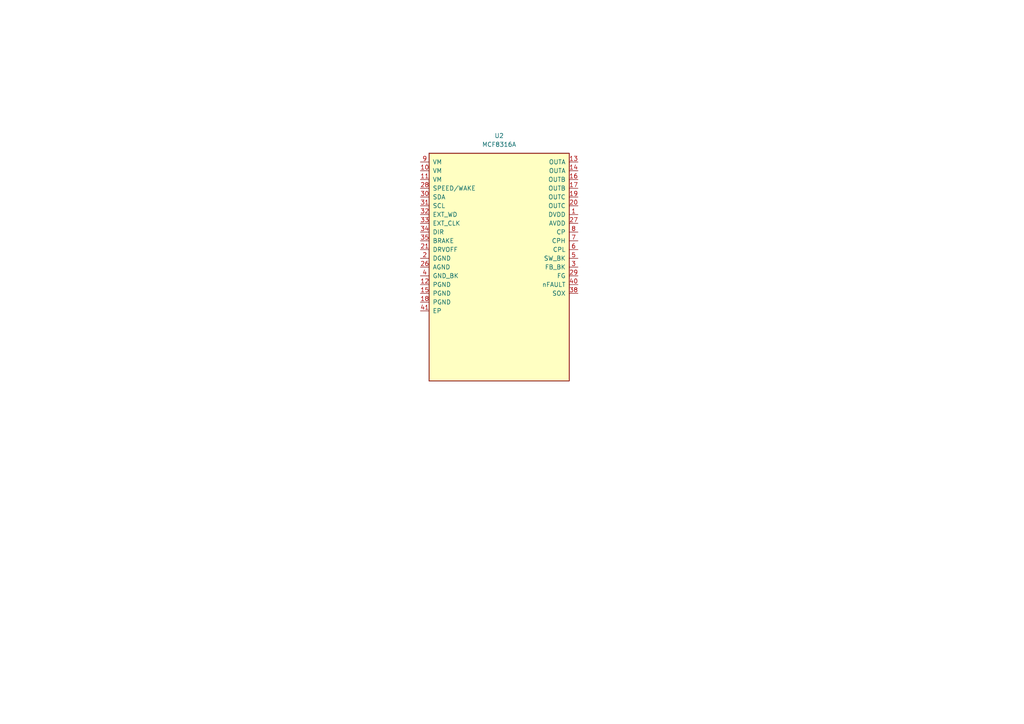
<source format=kicad_sch>
(kicad_sch (version 20250114) (generator "eeschema") (generator_version "9.0")
  (paper "A4")
  (title_block (date "2025-12-23") (rev "v1") (company "NeoDrone") (comment 1 "Made by Dulat Sarbassov") (comment 2 "dulatello08"))
  (lib_symbols
    (symbol "MCF8316A:MCF8316A" (pin_names (offset 1.016))
      (property "Reference" "U" (at 0 38.1 0))
      (property "Value" "MCF8316A" (at 0 -38.1 0))
      (symbol "MCF8316A_1_1"
        (rectangle (start -20.32 33.02) (end 20.32 -33.02) (stroke (width 0.254)) (fill (type background)))
        (pin power_in line (at -22.86 30.48 0) (length 2.54) (name "VM") (number "9"))
        (pin power_in line (at -22.86 27.94 0) (length 2.54) (name "VM") (number "10"))
        (pin power_in line (at -22.86 25.4 0) (length 2.54) (name "VM") (number "11"))
        (pin input line (at -22.86 22.86 0) (length 2.54) (name "SPEED/WAKE") (number "28"))
        (pin bidirectional line (at -22.86 20.32 0) (length 2.54) (name "SDA") (number "30"))
        (pin input line (at -22.86 17.78 0) (length 2.54) (name "SCL") (number "31"))
        (pin input line (at -22.86 15.24 0) (length 2.54) (name "EXT_WD") (number "32"))
        (pin input line (at -22.86 12.7 0) (length 2.54) (name "EXT_CLK") (number "33"))
        (pin input line (at -22.86 10.16 0) (length 2.54) (name "DIR") (number "34"))
        (pin input line (at -22.86 7.62 0) (length 2.54) (name "BRAKE") (number "35"))
        (pin input line (at -22.86 5.08 0) (length 2.54) (name "DRVOFF") (number "21"))
        (pin power_in line (at -22.86 2.54 0) (length 2.54) (name "DGND") (number "2"))
        (pin power_in line (at -22.86 0 0) (length 2.54) (name "AGND") (number "26"))
        (pin power_in line (at -22.86 -2.54 0) (length 2.54) (name "GND_BK") (number "4"))
        (pin power_in line (at -22.86 -5.08 0) (length 2.54) (name "PGND") (number "12"))
        (pin power_in line (at -22.86 -7.62 0) (length 2.54) (name "PGND") (number "15"))
        (pin power_in line (at -22.86 -10.16 0) (length 2.54) (name "PGND") (number "18"))
        (pin power_in line (at -22.86 -12.7 0) (length 2.54) (name "EP") (number "41"))
        (pin power_out line (at 22.86 30.48 180) (length 2.54) (name "OUTA") (number "13"))
        (pin power_out line (at 22.86 27.94 180) (length 2.54) (name "OUTA") (number "14"))
        (pin power_out line (at 22.86 25.4 180) (length 2.54) (name "OUTB") (number "16"))
        (pin power_out line (at 22.86 22.86 180) (length 2.54) (name "OUTB") (number "17"))
        (pin power_out line (at 22.86 20.32 180) (length 2.54) (name "OUTC") (number "19"))
        (pin power_out line (at 22.86 17.78 180) (length 2.54) (name "OUTC") (number "20"))
        (pin power_out line (at 22.86 15.24 180) (length 2.54) (name "DVDD") (number "1"))
        (pin power_out line (at 22.86 12.7 180) (length 2.54) (name "AVDD") (number "27"))
        (pin power_out line (at 22.86 10.16 180) (length 2.54) (name "CP") (number "8"))
        (pin passive line (at 22.86 7.62 180) (length 2.54) (name "CPH") (number "7"))
        (pin passive line (at 22.86 5.08 180) (length 2.54) (name "CPL") (number "6"))
        (pin passive line (at 22.86 2.54 180) (length 2.54) (name "SW_BK") (number "5"))
        (pin passive line (at 22.86 0 180) (length 2.54) (name "FB_BK") (number "3"))
        (pin open_collector line (at 22.86 -2.54 180) (length 2.54) (name "FG") (number "29"))
        (pin open_collector line (at 22.86 -5.08 180) (length 2.54) (name "nFAULT") (number "40"))
        (pin output line (at 22.86 -7.62 180) (length 2.54) (name "SOX") (number "38"))
      )
    )
  )
  (symbol (lib_id "MCF8316A:MCF8316A") (at 144.78 77.47 0) (unit 1)
    (property "Reference" "U2" (at 144.78 39.37 0))
    (property "Value" "MCF8316A" (at 144.78 41.91 0))
    (property "Datasheet" "https://www.ti.com/lit/ds/symlink/mcf8316a.pdf" (effects (hide yes)))
    (property "Description" "40-V max, 8-A peak, sensorless FOC control 3-phase BLDC motor driver with integrated FETs" (effects (hide yes)))
  )
)
</source>
